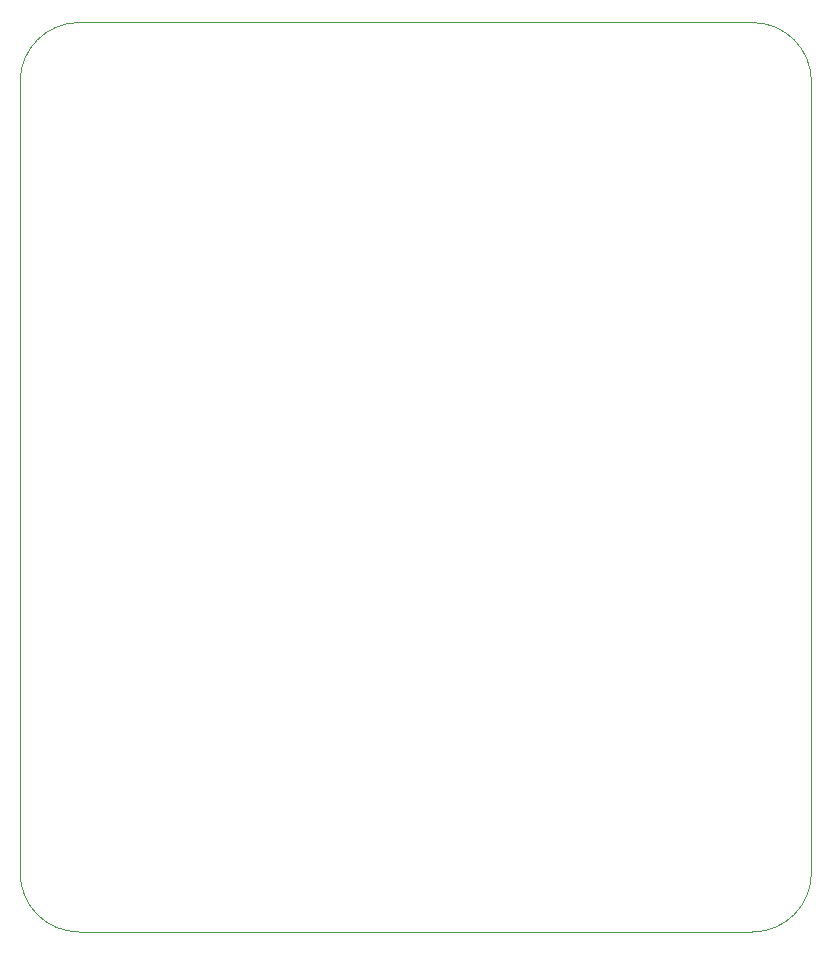
<source format=gbr>
%TF.GenerationSoftware,KiCad,Pcbnew,8.0.7*%
%TF.CreationDate,2025-05-23T18:18:51-03:00*%
%TF.ProjectId,uDAQ,75444151-2e6b-4696-9361-645f70636258,rev?*%
%TF.SameCoordinates,Original*%
%TF.FileFunction,Profile,NP*%
%FSLAX46Y46*%
G04 Gerber Fmt 4.6, Leading zero omitted, Abs format (unit mm)*
G04 Created by KiCad (PCBNEW 8.0.7) date 2025-05-23 18:18:51*
%MOMM*%
%LPD*%
G01*
G04 APERTURE LIST*
%TA.AperFunction,Profile*%
%ADD10C,0.050000*%
%TD*%
G04 APERTURE END LIST*
D10*
X45000000Y-161000000D02*
X45000000Y-94000000D01*
X112000000Y-161000000D02*
G75*
G02*
X107000000Y-166000000I-5000000J0D01*
G01*
X50000000Y-166000000D02*
G75*
G02*
X45000000Y-161000000I0J5000000D01*
G01*
X45000000Y-94000000D02*
G75*
G02*
X50000000Y-89000000I5000000J0D01*
G01*
X107000000Y-89000000D02*
X50000000Y-89000000D01*
X107000000Y-89000000D02*
G75*
G02*
X112000000Y-94000000I0J-5000000D01*
G01*
X112000000Y-161000000D02*
X112000000Y-94000000D01*
X107000000Y-166000000D02*
X50000000Y-166000000D01*
M02*

</source>
